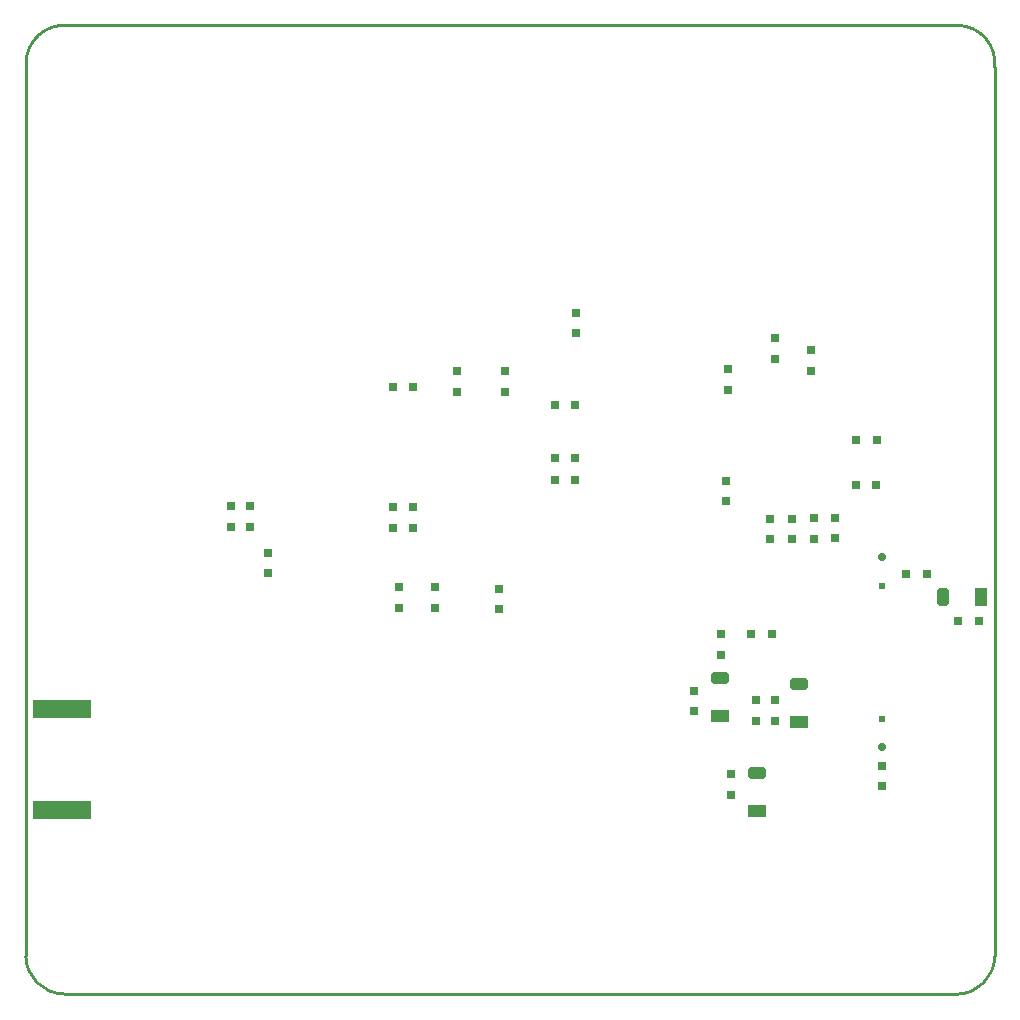
<source format=gbp>
G04*
G04 #@! TF.GenerationSoftware,Altium Limited,Altium Designer,20.2.5 (213)*
G04*
G04 Layer_Color=128*
%FSLAX42Y42*%
%MOMM*%
G71*
G04*
G04 #@! TF.SameCoordinates,314019C8-8427-4676-9664-B8FEBD72C539*
G04*
G04*
G04 #@! TF.FilePolarity,Positive*
G04*
G01*
G75*
%ADD13C,0.25*%
%ADD20R,0.80X0.80*%
%ADD23R,0.80X0.80*%
%ADD24R,0.60X0.60*%
G04:AMPARAMS|DCode=25|XSize=0.6mm|YSize=0.6mm|CornerRadius=0.15mm|HoleSize=0mm|Usage=FLASHONLY|Rotation=270.000|XOffset=0mm|YOffset=0mm|HoleType=Round|Shape=RoundedRectangle|*
%AMROUNDEDRECTD25*
21,1,0.60,0.30,0,0,270.0*
21,1,0.30,0.60,0,0,270.0*
1,1,0.30,-0.15,-0.15*
1,1,0.30,-0.15,0.15*
1,1,0.30,0.15,0.15*
1,1,0.30,0.15,-0.15*
%
%ADD25ROUNDEDRECTD25*%
%ADD36R,4.90X1.60*%
%ADD113R,1.00X1.50*%
G04:AMPARAMS|DCode=114|XSize=1mm|YSize=1.5mm|CornerRadius=0.25mm|HoleSize=0mm|Usage=FLASHONLY|Rotation=0.000|XOffset=0mm|YOffset=0mm|HoleType=Round|Shape=RoundedRectangle|*
%AMROUNDEDRECTD114*
21,1,1.00,1.00,0,0,0.0*
21,1,0.50,1.50,0,0,0.0*
1,1,0.50,0.25,-0.50*
1,1,0.50,-0.25,-0.50*
1,1,0.50,-0.25,0.50*
1,1,0.50,0.25,0.50*
%
%ADD114ROUNDEDRECTD114*%
G04:AMPARAMS|DCode=115|XSize=1mm|YSize=1.5mm|CornerRadius=0.25mm|HoleSize=0mm|Usage=FLASHONLY|Rotation=270.000|XOffset=0mm|YOffset=0mm|HoleType=Round|Shape=RoundedRectangle|*
%AMROUNDEDRECTD115*
21,1,1.00,1.00,0,0,270.0*
21,1,0.50,1.50,0,0,270.0*
1,1,0.50,-0.50,-0.25*
1,1,0.50,-0.50,0.25*
1,1,0.50,0.50,0.25*
1,1,0.50,0.50,-0.25*
%
%ADD115ROUNDEDRECTD115*%
%ADD116R,1.50X1.00*%
D13*
X10799Y10444D02*
G03*
X10483Y10801I-316J38D01*
G01*
X10480Y2597D02*
G03*
X10801Y2921I-3J324D01*
G01*
X2597Y2921D02*
G03*
X2921Y2600I324J3D01*
G01*
X2962Y10799D02*
G03*
X2600Y10478I-39J-321D01*
G01*
X2962Y10799D02*
X2962Y10799D01*
X2598Y2921D02*
X2600Y10478D01*
X2921Y2600D02*
X10480Y2597D01*
X2911Y10800D02*
X10483Y10801D01*
X10800Y10444D02*
X10801Y2921D01*
D20*
X7075Y6947D02*
D03*
X7250D02*
D03*
X7075Y7582D02*
D03*
X7250D02*
D03*
X9798Y6909D02*
D03*
X9623D02*
D03*
X5704Y6718D02*
D03*
X5879D02*
D03*
X7075Y7137D02*
D03*
X7250D02*
D03*
X10052Y6152D02*
D03*
X10227D02*
D03*
X5704Y7734D02*
D03*
X5879D02*
D03*
X5704Y6541D02*
D03*
X5879D02*
D03*
X9628Y7290D02*
D03*
X9803D02*
D03*
X10667Y5753D02*
D03*
X10492D02*
D03*
X8914Y5651D02*
D03*
X8739D02*
D03*
D23*
X6058Y6044D02*
D03*
Y5869D02*
D03*
X6604Y6031D02*
D03*
Y5856D02*
D03*
X6248Y7873D02*
D03*
Y7698D02*
D03*
X6655Y7873D02*
D03*
Y7698D02*
D03*
X8546Y7888D02*
D03*
Y7713D02*
D03*
X8522Y6771D02*
D03*
Y6946D02*
D03*
X9246Y8049D02*
D03*
Y7874D02*
D03*
X9086Y6622D02*
D03*
Y6447D02*
D03*
X5753Y6044D02*
D03*
Y5869D02*
D03*
X7252Y8368D02*
D03*
Y8193D02*
D03*
X8941Y8151D02*
D03*
Y7976D02*
D03*
X9843Y4358D02*
D03*
Y4533D02*
D03*
X8479Y5473D02*
D03*
Y5648D02*
D03*
X9449Y6456D02*
D03*
Y6631D02*
D03*
X9271Y6453D02*
D03*
Y6628D02*
D03*
X8898Y6447D02*
D03*
Y6622D02*
D03*
X8776Y5086D02*
D03*
Y4911D02*
D03*
X4331Y6555D02*
D03*
Y6730D02*
D03*
X4496Y6555D02*
D03*
Y6730D02*
D03*
X4648Y6336D02*
D03*
Y6161D02*
D03*
X8570Y4461D02*
D03*
Y4286D02*
D03*
X8941Y5086D02*
D03*
Y4911D02*
D03*
X8255Y5167D02*
D03*
Y4992D02*
D03*
D24*
X9843Y6054D02*
D03*
Y4931D02*
D03*
D25*
Y6299D02*
D03*
Y4687D02*
D03*
D36*
X2901Y4160D02*
D03*
Y5010D02*
D03*
D113*
X10681Y5956D02*
D03*
D114*
X10360D02*
D03*
D115*
X8788Y4468D02*
D03*
X9141Y5222D02*
D03*
X8473Y5274D02*
D03*
D116*
X8788Y4147D02*
D03*
X9141Y4901D02*
D03*
X8473Y4953D02*
D03*
M02*

</source>
